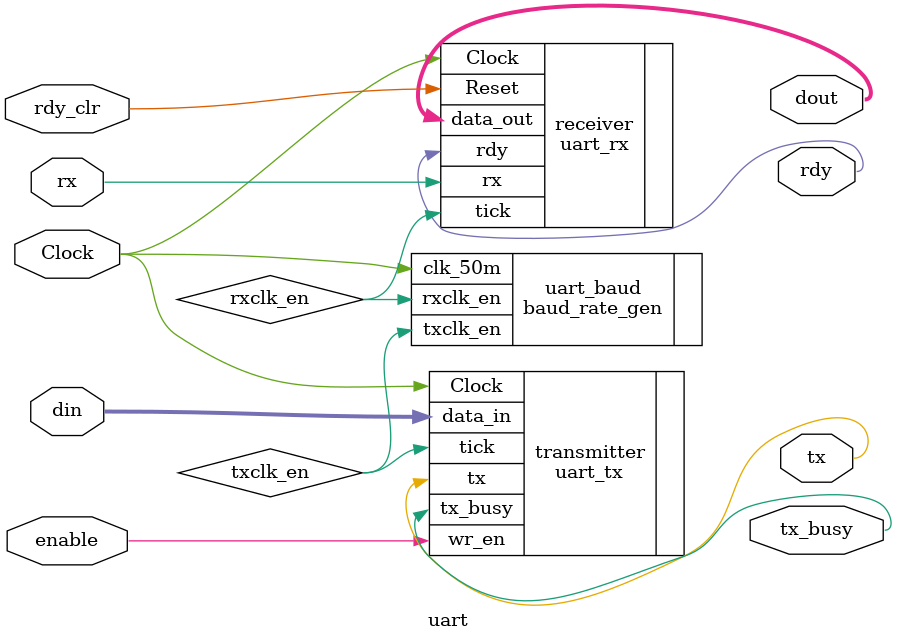
<source format=v>
module uart(
	input wire [7:0] din,
	input wire Clock,
	input wire enable,
	output wire tx,
	output wire tx_busy,
	input wire rx,
	output wire rdy,
	input wire rdy_clr,
	output wire [7:0] dout
);

	wire rxclk_en, txclk_en;

	baud_rate_gen uart_baud(
		.clk_50m(Clock),
		.rxclk_en(rxclk_en),
		.txclk_en(txclk_en)
	);

	uart_tx transmitter(
		.data_in(din),
		.wr_en(enable),
		.Clock(Clock),
		.tick(txclk_en),
		.tx(tx),
		.tx_busy(tx_busy)
	);
	uart_rx receiver(
		.rx(rx),
		.rdy(rdy),
		.Reset(rdy_clr),
		.Clock(Clock),
		.tick(rxclk_en),
		.data_out(dout)
	);
endmodule

</source>
